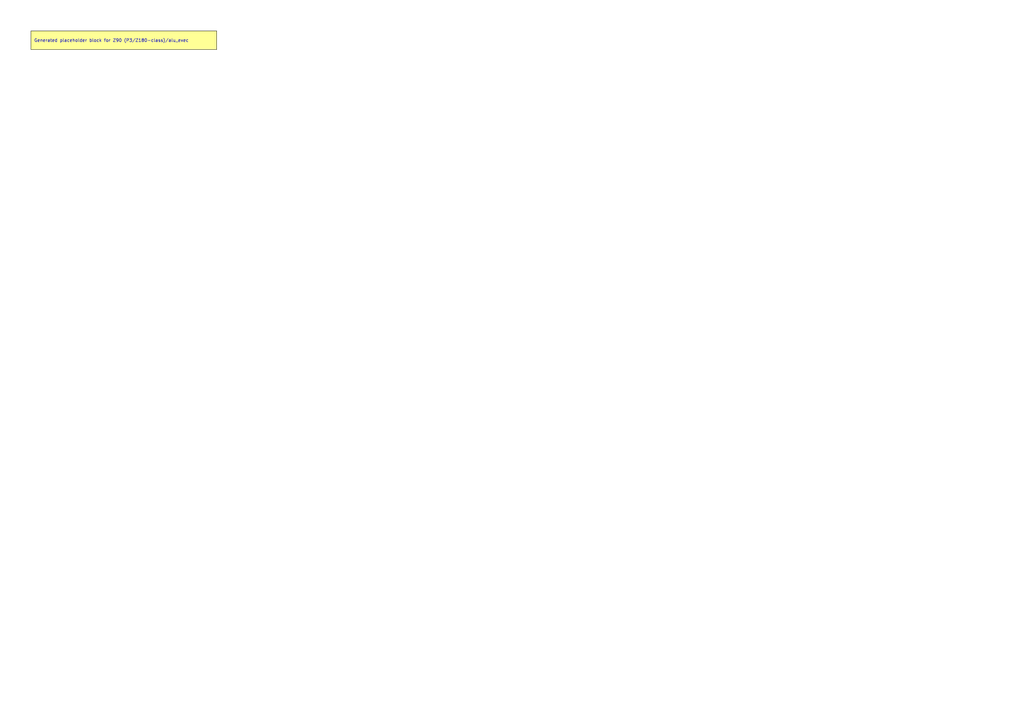
<source format=kicad_sch>
(kicad_sch
	(version 20250114)
	(generator "kicadgen")
	(generator_version "0.2")
	(uuid "fce67591-3f0a-5b1c-8913-b1293bf1f746")
	(paper "A3")
	(title_block
		(title "Z90 (P3/Z180-class)::alu_exec")
		(company "Project Carbon")
		(comment 1 "Generated - do not edit in generated/")
		(comment 2 "Edit in schem/kicad9/manual/ or refine mapping specs")
	)
	(lib_symbols)
	(text_box
		"Generated placeholder block for Z90 (P3/Z180-class)/alu_exec"
		(exclude_from_sim no)
		(at
			12.7
			12.7
			0
		)
		(size 76.2 7.62)
		(margins
			1.27
			1.27
			1.27
			1.27
		)
		(stroke
			(width 0)
			(type default)
			(color
				0
				0
				0
				1
			)
		)
		(fill
			(type color)
			(color
				255
				255
				150
				1
			)
		)
		(effects
			(font
				(size 1.27 1.27)
			)
			(justify left)
		)
		(uuid "96091aee-6414-5356-bae1-c823f669024b")
	)
	(sheet_instances
		(path
			"/"
			(page "1")
		)
	)
	(embedded_fonts no)
)

</source>
